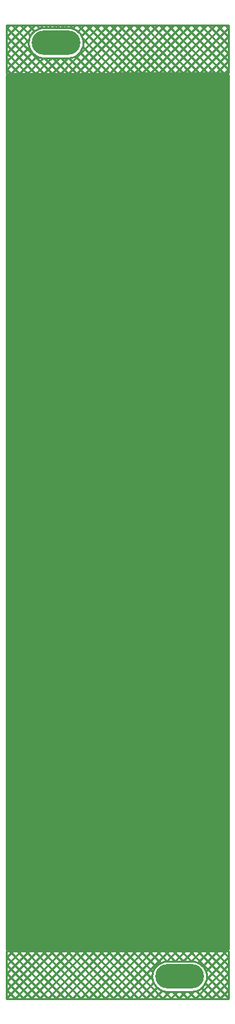
<source format=gbl>
G04 Layer: BottomLayer*
G04 EasyEDA v6.5.29, 2023-07-18 11:26:45*
G04 9daeeb10d62f4b77b565989ef25a112e,5a6b42c53f6a479593ecc07194224c93,10*
G04 Gerber Generator version 0.2*
G04 Scale: 100 percent, Rotated: No, Reflected: No *
G04 Dimensions in millimeters *
G04 leading zeros omitted , absolute positions ,4 integer and 5 decimal *
%FSLAX45Y45*%
%MOMM*%

%ADD10C,0.2540*%
%ADD11O,6.4000126X3.1999936*%

%LPD*%
G36*
X36068Y673100D02*
G01*
X32156Y673862D01*
X28905Y676097D01*
X26670Y679348D01*
X25908Y683260D01*
X25908Y12143892D01*
X26670Y12147753D01*
X28854Y12151055D01*
X32156Y12153290D01*
X36017Y12154052D01*
X2961081Y12166447D01*
X2964992Y12165685D01*
X2968294Y12163501D01*
X2970530Y12160199D01*
X2971292Y12156287D01*
X2971292Y683260D01*
X2970530Y679348D01*
X2968294Y676097D01*
X2965043Y673862D01*
X2961132Y673100D01*
G37*

%LPD*%
D10*
X2895600Y655393D02*
G01*
X2895600Y718893D01*
X1079500Y12103100D02*
G01*
X1079500Y12166600D01*
X2958338Y12179389D02*
G01*
X38862Y12167018D01*
X38862Y12167018D02*
G01*
X38862Y12800837D01*
X38862Y12800837D02*
G01*
X2958338Y12800837D01*
X2958338Y12800837D02*
G01*
X2958338Y12179389D01*
X385182Y12432383D02*
G01*
X399642Y12419277D01*
X399642Y12419277D02*
G01*
X415317Y12407652D01*
X415317Y12407652D02*
G01*
X432056Y12397619D01*
X432056Y12397619D02*
G01*
X449697Y12389275D01*
X449697Y12389275D02*
G01*
X468072Y12382701D01*
X468072Y12382701D02*
G01*
X487003Y12377959D01*
X487003Y12377959D02*
G01*
X506307Y12375095D01*
X506307Y12375095D02*
G01*
X525799Y12374138D01*
X525799Y12374138D02*
G01*
X845800Y12374138D01*
X845800Y12374138D02*
G01*
X865292Y12375095D01*
X865292Y12375095D02*
G01*
X884596Y12377959D01*
X884596Y12377959D02*
G01*
X903527Y12382701D01*
X903527Y12382701D02*
G01*
X921902Y12389275D01*
X921902Y12389275D02*
G01*
X939543Y12397619D01*
X939543Y12397619D02*
G01*
X956282Y12407652D01*
X956282Y12407652D02*
G01*
X971957Y12419277D01*
X971957Y12419277D02*
G01*
X986417Y12432383D01*
X986417Y12432383D02*
G01*
X999523Y12446843D01*
X999523Y12446843D02*
G01*
X1011148Y12462518D01*
X1011148Y12462518D02*
G01*
X1021181Y12479257D01*
X1021181Y12479257D02*
G01*
X1029525Y12496898D01*
X1029525Y12496898D02*
G01*
X1036099Y12515273D01*
X1036099Y12515273D02*
G01*
X1040841Y12534204D01*
X1040841Y12534204D02*
G01*
X1043705Y12553508D01*
X1043705Y12553508D02*
G01*
X1044662Y12573000D01*
X1044662Y12573000D02*
G01*
X1043705Y12592491D01*
X1043705Y12592491D02*
G01*
X1040841Y12611795D01*
X1040841Y12611795D02*
G01*
X1036099Y12630726D01*
X1036099Y12630726D02*
G01*
X1029525Y12649101D01*
X1029525Y12649101D02*
G01*
X1021181Y12666742D01*
X1021181Y12666742D02*
G01*
X1011148Y12683481D01*
X1011148Y12683481D02*
G01*
X999523Y12699156D01*
X999523Y12699156D02*
G01*
X986417Y12713616D01*
X986417Y12713616D02*
G01*
X971957Y12726722D01*
X971957Y12726722D02*
G01*
X956282Y12738347D01*
X956282Y12738347D02*
G01*
X939543Y12748380D01*
X939543Y12748380D02*
G01*
X921902Y12756724D01*
X921902Y12756724D02*
G01*
X903527Y12763298D01*
X903527Y12763298D02*
G01*
X884596Y12768040D01*
X884596Y12768040D02*
G01*
X865292Y12770904D01*
X865292Y12770904D02*
G01*
X845800Y12771861D01*
X845800Y12771861D02*
G01*
X525799Y12771861D01*
X525799Y12771861D02*
G01*
X506307Y12770904D01*
X506307Y12770904D02*
G01*
X487003Y12768040D01*
X487003Y12768040D02*
G01*
X468072Y12763298D01*
X468072Y12763298D02*
G01*
X449697Y12756724D01*
X449697Y12756724D02*
G01*
X432056Y12748380D01*
X432056Y12748380D02*
G01*
X415317Y12738347D01*
X415317Y12738347D02*
G01*
X399642Y12726722D01*
X399642Y12726722D02*
G01*
X385182Y12713616D01*
X385182Y12713616D02*
G01*
X372076Y12699156D01*
X372076Y12699156D02*
G01*
X360451Y12683481D01*
X360451Y12683481D02*
G01*
X350418Y12666742D01*
X350418Y12666742D02*
G01*
X342074Y12649101D01*
X342074Y12649101D02*
G01*
X335500Y12630726D01*
X335500Y12630726D02*
G01*
X330758Y12611795D01*
X330758Y12611795D02*
G01*
X327894Y12592491D01*
X327894Y12592491D02*
G01*
X326937Y12573000D01*
X326937Y12573000D02*
G01*
X327894Y12553508D01*
X327894Y12553508D02*
G01*
X330758Y12534204D01*
X330758Y12534204D02*
G01*
X335500Y12515273D01*
X335500Y12515273D02*
G01*
X342074Y12496898D01*
X342074Y12496898D02*
G01*
X350418Y12479257D01*
X350418Y12479257D02*
G01*
X360451Y12462518D01*
X360451Y12462518D02*
G01*
X372076Y12446843D01*
X372076Y12446843D02*
G01*
X385182Y12432383D01*
X38862Y12228167D02*
G01*
X99753Y12167276D01*
X38862Y12335930D02*
G01*
X207061Y12167731D01*
X38862Y12443693D02*
G01*
X314369Y12168186D01*
X38862Y12551456D02*
G01*
X421678Y12168640D01*
X38862Y12659220D02*
G01*
X528986Y12169095D01*
X38862Y12766983D02*
G01*
X636294Y12169550D01*
X112770Y12800837D02*
G01*
X327577Y12586030D01*
X539470Y12374138D02*
G01*
X743603Y12170004D01*
X220533Y12800837D02*
G01*
X351996Y12669374D01*
X647233Y12374138D02*
G01*
X850911Y12170459D01*
X328296Y12800837D02*
G01*
X401232Y12727901D01*
X754996Y12374138D02*
G01*
X958220Y12170914D01*
X436059Y12800837D02*
G01*
X472491Y12764405D01*
X861965Y12374932D02*
G01*
X1065528Y12171369D01*
X543822Y12800837D02*
G01*
X572798Y12771861D01*
X944231Y12400429D02*
G01*
X1172836Y12171823D01*
X651585Y12800837D02*
G01*
X680562Y12771861D01*
X1002102Y12450321D02*
G01*
X1280145Y12172278D01*
X759348Y12800837D02*
G01*
X788325Y12771861D01*
X1037865Y12522321D02*
G01*
X1387453Y12172733D01*
X867111Y12800837D02*
G01*
X905277Y12762672D01*
X1035473Y12632476D02*
G01*
X1494762Y12173187D01*
X974874Y12800837D02*
G01*
X1602070Y12173642D01*
X1082637Y12800837D02*
G01*
X1709378Y12174097D01*
X1190400Y12800837D02*
G01*
X1816686Y12174551D01*
X1298164Y12800837D02*
G01*
X1923995Y12175006D01*
X1405927Y12800837D02*
G01*
X2031303Y12175461D01*
X1513690Y12800837D02*
G01*
X2138612Y12175915D01*
X1621453Y12800837D02*
G01*
X2245920Y12176370D01*
X1729216Y12800837D02*
G01*
X2353228Y12176825D01*
X1836979Y12800837D02*
G01*
X2460537Y12177280D01*
X1944742Y12800837D02*
G01*
X2567845Y12177734D01*
X2052505Y12800837D02*
G01*
X2675154Y12178189D01*
X2160268Y12800837D02*
G01*
X2782462Y12178644D01*
X2268031Y12800837D02*
G01*
X2889770Y12179098D01*
X2375794Y12800837D02*
G01*
X2958338Y12218294D01*
X2483557Y12800837D02*
G01*
X2958338Y12326057D01*
X2591320Y12800837D02*
G01*
X2958338Y12433820D01*
X2699084Y12800837D02*
G01*
X2958338Y12541584D01*
X2806847Y12800837D02*
G01*
X2958338Y12649347D01*
X2914610Y12800837D02*
G01*
X2958338Y12757110D01*
X2909352Y12179181D02*
G01*
X2958338Y12228167D01*
X2801130Y12178723D02*
G01*
X2958338Y12335930D01*
X2692908Y12178264D02*
G01*
X2958338Y12443693D01*
X2584686Y12177806D02*
G01*
X2958338Y12551456D01*
X2476465Y12177347D02*
G01*
X2958338Y12659220D01*
X2368243Y12176889D02*
G01*
X2958338Y12766983D01*
X2260022Y12176430D02*
G01*
X2884429Y12800837D01*
X2151800Y12175971D02*
G01*
X2776666Y12800837D01*
X2043578Y12175513D02*
G01*
X2668903Y12800837D01*
X1935357Y12175054D02*
G01*
X2561140Y12800837D01*
X1827135Y12174596D02*
G01*
X2453377Y12800837D01*
X1718914Y12174137D02*
G01*
X2345614Y12800837D01*
X1610692Y12173678D02*
G01*
X2237851Y12800837D01*
X1502470Y12173220D02*
G01*
X2130088Y12800837D01*
X1394249Y12172762D02*
G01*
X2022325Y12800837D01*
X1286027Y12172303D02*
G01*
X1914562Y12800837D01*
X1177805Y12171844D02*
G01*
X1806799Y12800837D01*
X1069584Y12171386D02*
G01*
X1699035Y12800837D01*
X961362Y12170927D02*
G01*
X1591272Y12800837D01*
X853140Y12170469D02*
G01*
X1483509Y12800837D01*
X744919Y12170010D02*
G01*
X1375746Y12800837D01*
X636697Y12169551D02*
G01*
X841283Y12374138D01*
X1044451Y12577305D02*
G01*
X1267983Y12800837D01*
X528475Y12169093D02*
G01*
X733520Y12374138D01*
X1022768Y12663386D02*
G01*
X1160220Y12800837D01*
X420254Y12168634D02*
G01*
X625757Y12374138D01*
X975306Y12723687D02*
G01*
X1052457Y12800837D01*
X312032Y12168176D02*
G01*
X518360Y12374503D01*
X906199Y12762342D02*
G01*
X944694Y12800837D01*
X203811Y12167717D02*
G01*
X433180Y12397087D01*
X807954Y12771861D02*
G01*
X836931Y12800837D01*
X95589Y12167259D02*
G01*
X373549Y12445218D01*
X700191Y12771861D02*
G01*
X729168Y12800837D01*
X38862Y12218294D02*
G01*
X335589Y12515022D01*
X592428Y12771861D02*
G01*
X621405Y12800837D01*
X38862Y12326057D02*
G01*
X332816Y12620012D01*
X478786Y12765982D02*
G01*
X513642Y12800837D01*
X38862Y12433820D02*
G01*
X405879Y12800837D01*
X38862Y12541584D02*
G01*
X298115Y12800837D01*
X38862Y12649347D02*
G01*
X190352Y12800837D01*
X38862Y12757110D02*
G01*
X82589Y12800837D01*
X2958338Y38862D02*
G01*
X38862Y38862D01*
X38862Y38862D02*
G01*
X38862Y660145D01*
X38862Y660145D02*
G01*
X2958338Y660145D01*
X2958338Y660145D02*
G01*
X2958338Y38862D01*
X2010782Y189583D02*
G01*
X2025242Y176477D01*
X2025242Y176477D02*
G01*
X2040917Y164852D01*
X2040917Y164852D02*
G01*
X2057656Y154819D01*
X2057656Y154819D02*
G01*
X2075297Y146475D01*
X2075297Y146475D02*
G01*
X2093672Y139901D01*
X2093672Y139901D02*
G01*
X2112603Y135159D01*
X2112603Y135159D02*
G01*
X2131907Y132295D01*
X2131907Y132295D02*
G01*
X2151399Y131338D01*
X2151399Y131338D02*
G01*
X2471400Y131338D01*
X2471400Y131338D02*
G01*
X2490892Y132295D01*
X2490892Y132295D02*
G01*
X2510196Y135159D01*
X2510196Y135159D02*
G01*
X2529127Y139901D01*
X2529127Y139901D02*
G01*
X2547502Y146475D01*
X2547502Y146475D02*
G01*
X2565143Y154819D01*
X2565143Y154819D02*
G01*
X2581882Y164852D01*
X2581882Y164852D02*
G01*
X2597557Y176477D01*
X2597557Y176477D02*
G01*
X2612017Y189583D01*
X2612017Y189583D02*
G01*
X2625123Y204043D01*
X2625123Y204043D02*
G01*
X2636748Y219718D01*
X2636748Y219718D02*
G01*
X2646781Y236457D01*
X2646781Y236457D02*
G01*
X2655125Y254098D01*
X2655125Y254098D02*
G01*
X2661699Y272473D01*
X2661699Y272473D02*
G01*
X2666441Y291404D01*
X2666441Y291404D02*
G01*
X2669305Y310708D01*
X2669305Y310708D02*
G01*
X2670262Y330200D01*
X2670262Y330200D02*
G01*
X2669305Y349691D01*
X2669305Y349691D02*
G01*
X2666441Y368995D01*
X2666441Y368995D02*
G01*
X2661699Y387926D01*
X2661699Y387926D02*
G01*
X2655125Y406301D01*
X2655125Y406301D02*
G01*
X2646781Y423942D01*
X2646781Y423942D02*
G01*
X2636748Y440681D01*
X2636748Y440681D02*
G01*
X2625123Y456356D01*
X2625123Y456356D02*
G01*
X2612017Y470816D01*
X2612017Y470816D02*
G01*
X2597557Y483922D01*
X2597557Y483922D02*
G01*
X2581882Y495547D01*
X2581882Y495547D02*
G01*
X2565143Y505580D01*
X2565143Y505580D02*
G01*
X2547502Y513924D01*
X2547502Y513924D02*
G01*
X2529127Y520498D01*
X2529127Y520498D02*
G01*
X2510196Y525240D01*
X2510196Y525240D02*
G01*
X2490892Y528104D01*
X2490892Y528104D02*
G01*
X2471400Y529061D01*
X2471400Y529061D02*
G01*
X2151399Y529061D01*
X2151399Y529061D02*
G01*
X2131907Y528104D01*
X2131907Y528104D02*
G01*
X2112603Y525240D01*
X2112603Y525240D02*
G01*
X2093672Y520498D01*
X2093672Y520498D02*
G01*
X2075297Y513924D01*
X2075297Y513924D02*
G01*
X2057656Y505580D01*
X2057656Y505580D02*
G01*
X2040917Y495547D01*
X2040917Y495547D02*
G01*
X2025242Y483922D01*
X2025242Y483922D02*
G01*
X2010782Y470816D01*
X2010782Y470816D02*
G01*
X1997676Y456356D01*
X1997676Y456356D02*
G01*
X1986051Y440681D01*
X1986051Y440681D02*
G01*
X1976018Y423942D01*
X1976018Y423942D02*
G01*
X1967674Y406301D01*
X1967674Y406301D02*
G01*
X1961100Y387926D01*
X1961100Y387926D02*
G01*
X1956358Y368995D01*
X1956358Y368995D02*
G01*
X1953494Y349691D01*
X1953494Y349691D02*
G01*
X1952537Y330200D01*
X1952537Y330200D02*
G01*
X1953494Y310708D01*
X1953494Y310708D02*
G01*
X1956358Y291404D01*
X1956358Y291404D02*
G01*
X1961100Y272473D01*
X1961100Y272473D02*
G01*
X1967674Y254098D01*
X1967674Y254098D02*
G01*
X1976018Y236457D01*
X1976018Y236457D02*
G01*
X1986051Y219718D01*
X1986051Y219718D02*
G01*
X1997676Y204043D01*
X1997676Y204043D02*
G01*
X2010782Y189583D01*
X38862Y50940D02*
G01*
X50940Y38862D01*
X38862Y158703D02*
G01*
X158703Y38862D01*
X38862Y266466D02*
G01*
X266466Y38862D01*
X38862Y374229D02*
G01*
X374229Y38862D01*
X38862Y481992D02*
G01*
X481992Y38862D01*
X38862Y589755D02*
G01*
X589755Y38862D01*
X76235Y660145D02*
G01*
X697519Y38862D01*
X183998Y660145D02*
G01*
X805282Y38862D01*
X291761Y660145D02*
G01*
X913045Y38862D01*
X399524Y660145D02*
G01*
X1020808Y38862D01*
X507287Y660145D02*
G01*
X1128571Y38862D01*
X615050Y660145D02*
G01*
X1236334Y38862D01*
X722813Y660145D02*
G01*
X1344097Y38862D01*
X830576Y660145D02*
G01*
X1451860Y38862D01*
X938339Y660145D02*
G01*
X1559623Y38862D01*
X1046102Y660145D02*
G01*
X1667386Y38862D01*
X1153865Y660145D02*
G01*
X1775149Y38862D01*
X1261628Y660145D02*
G01*
X1882912Y38862D01*
X1369391Y660145D02*
G01*
X1990675Y38862D01*
X1477155Y660145D02*
G01*
X2098439Y38862D01*
X1584918Y660145D02*
G01*
X1957260Y287803D01*
X2109002Y136061D02*
G01*
X2206202Y38862D01*
X1692681Y660145D02*
G01*
X1962101Y390725D01*
X2221488Y131338D02*
G01*
X2313965Y38862D01*
X1800444Y660145D02*
G01*
X2000794Y459795D01*
X2329251Y131338D02*
G01*
X2421728Y38862D01*
X1908207Y660145D02*
G01*
X2061129Y507223D01*
X2437014Y131338D02*
G01*
X2529491Y38862D01*
X2015970Y660145D02*
G01*
X2147258Y528858D01*
X2534347Y141768D02*
G01*
X2637254Y38862D01*
X2123733Y660145D02*
G01*
X2254817Y529061D01*
X2602721Y181158D02*
G01*
X2745017Y38862D01*
X2231496Y660145D02*
G01*
X2362580Y529061D01*
X2649479Y242162D02*
G01*
X2852780Y38862D01*
X2339259Y660145D02*
G01*
X2470343Y529061D01*
X2670213Y329192D02*
G01*
X2958338Y41067D01*
X2447022Y660145D02*
G01*
X2958338Y148830D01*
X2554785Y660145D02*
G01*
X2958338Y256593D01*
X2662548Y660145D02*
G01*
X2958338Y364356D01*
X2770311Y660145D02*
G01*
X2958338Y472119D01*
X2878075Y660145D02*
G01*
X2958338Y579883D01*
X2946259Y38862D02*
G01*
X2958338Y50940D01*
X2838496Y38862D02*
G01*
X2958338Y158703D01*
X2730733Y38862D02*
G01*
X2958338Y266466D01*
X2622970Y38862D02*
G01*
X2958338Y374229D01*
X2515207Y38862D02*
G01*
X2958338Y481992D01*
X2407444Y38862D02*
G01*
X2502617Y134035D01*
X2667565Y298983D02*
G01*
X2958338Y589755D01*
X2299680Y38862D02*
G01*
X2392157Y131338D01*
X2658286Y397467D02*
G01*
X2920964Y660145D01*
X2191917Y38862D02*
G01*
X2284394Y131338D01*
X2617653Y464597D02*
G01*
X2813201Y660145D01*
X2084154Y38862D02*
G01*
X2176631Y131338D01*
X2555455Y510162D02*
G01*
X2705438Y660145D01*
X1976391Y38862D02*
G01*
X2081710Y144181D01*
X2466591Y529061D02*
G01*
X2597675Y660145D01*
X1868628Y38862D02*
G01*
X2015276Y185510D01*
X2358828Y529061D02*
G01*
X2489912Y660145D01*
X1760865Y38862D02*
G01*
X1970380Y248377D01*
X2251065Y529061D02*
G01*
X2382149Y660145D01*
X1653102Y38862D02*
G01*
X1952955Y338715D01*
X2142883Y528643D02*
G01*
X2274386Y660145D01*
X1545339Y38862D02*
G01*
X2166623Y660145D01*
X1437576Y38862D02*
G01*
X2058860Y660145D01*
X1329813Y38862D02*
G01*
X1951097Y660145D01*
X1222050Y38862D02*
G01*
X1843334Y660145D01*
X1114287Y38862D02*
G01*
X1735571Y660145D01*
X1006524Y38862D02*
G01*
X1627808Y660145D01*
X898760Y38862D02*
G01*
X1520044Y660145D01*
X790997Y38862D02*
G01*
X1412281Y660145D01*
X683234Y38862D02*
G01*
X1304518Y660145D01*
X575471Y38862D02*
G01*
X1196755Y660145D01*
X467708Y38862D02*
G01*
X1088992Y660145D01*
X359945Y38862D02*
G01*
X981229Y660145D01*
X252182Y38862D02*
G01*
X873466Y660145D01*
X144419Y38862D02*
G01*
X765703Y660145D01*
X38862Y41067D02*
G01*
X657940Y660145D01*
X38862Y148830D02*
G01*
X550177Y660145D01*
X38862Y256593D02*
G01*
X442414Y660145D01*
X38862Y364356D02*
G01*
X334651Y660145D01*
X38862Y472119D02*
G01*
X226888Y660145D01*
X38862Y579883D02*
G01*
X119124Y660145D01*
D11*
G01*
X685800Y12573000D03*
G01*
X2311400Y330200D03*
M02*

</source>
